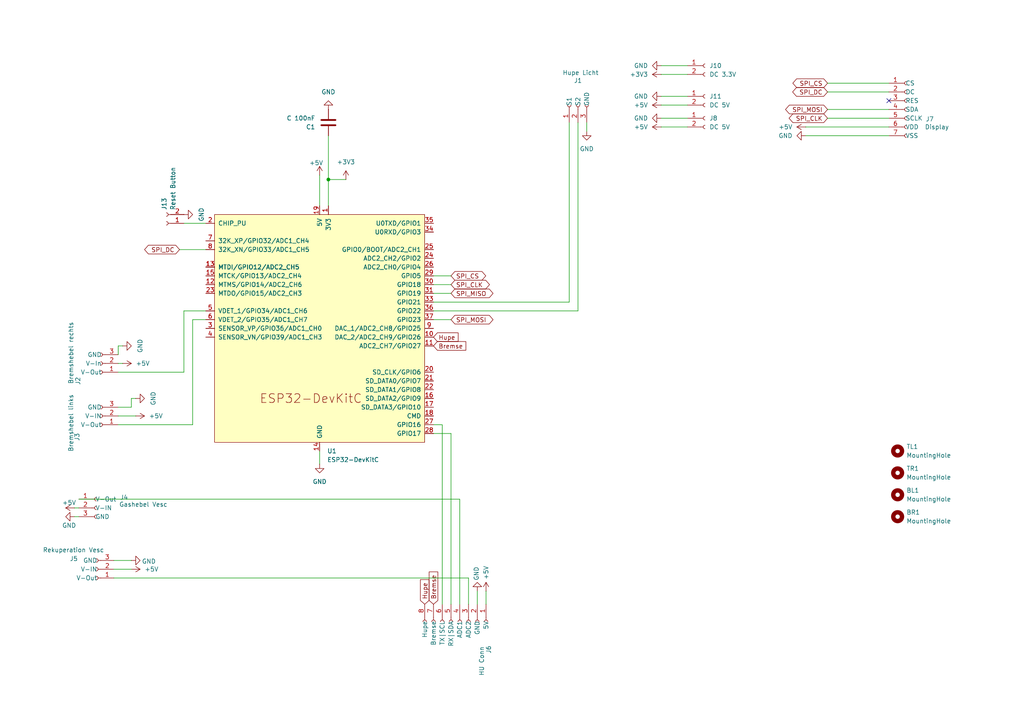
<source format=kicad_sch>
(kicad_sch (version 20231120) (generator "eeschema") (generator_version "8.0")
  (paper "A4")
  (lib_symbols
    (symbol "Conn_01x03_Socket_1" (pin_names (offset 1.016))
      (property "Reference" "J4" (at 5.842 6.35 0))
      (property "Value" "Gashebel Vesc" (at 5.588 4.318 0))
      (symbol "Conn_01x03_Socket_1_1_1"
        (arc (start 0 -2.032) (mid -0.5058 -2.54) (end 0 -3.048) (stroke (width 0.1524)))
        (polyline (pts (xy -1.27 -2.54) (xy -0.508 -2.54)) (stroke (width 0.1524)))
        (polyline (pts (xy -1.27 0) (xy -0.508 0)) (stroke (width 0.1524)))
        (polyline (pts (xy -1.27 2.54) (xy -0.508 2.54)) (stroke (width 0.1524)))
        (arc (start 0 0.508) (mid -0.5058 0) (end 0 -0.508) (stroke (width 0.1524)))
        (arc (start 0 3.048) (mid -0.5058 2.54) (end 0 2.032) (stroke (width 0.1524)))
        (pin passive line (at -5.08 2.54 0) (length 3.81) (name "V-Out") (number "1"))
        (pin passive line (at -5.08 0 0) (length 3.81) (name "V-IN") (number "2"))
        (pin passive line (at -5.08 -2.54 0) (length 3.81) (name "GND") (number "3"))
      )
    )
    (symbol "Conn_01x03_Socket_2" (pin_names (offset 1.016))
      (property "Reference" "J5" (at 1.016 7.366 0))
      (property "Value" "Rekuperation Vesc" (at 4.572 7.112 0))
      (symbol "Conn_01x03_Socket_2_1_1"
        (arc (start 0 -2.032) (mid -0.5058 -2.54) (end 0 -3.048) (stroke (width 0.1524)))
        (polyline (pts (xy -1.27 -2.54) (xy -0.508 -2.54)) (stroke (width 0.1524)))
        (polyline (pts (xy -1.27 0) (xy -0.508 0)) (stroke (width 0.1524)))
        (polyline (pts (xy -1.27 2.54) (xy -0.508 2.54)) (stroke (width 0.1524)))
        (arc (start 0 0.508) (mid -0.5058 0) (end 0 -0.508) (stroke (width 0.1524)))
        (arc (start 0 3.048) (mid -0.5058 2.54) (end 0 2.032) (stroke (width 0.1524)))
        (pin passive line (at -5.08 2.54 0) (length 3.81) (name "V-Out") (number "1"))
        (pin passive line (at -5.08 0 0) (length 3.81) (name "V-IN") (number "2"))
        (pin passive line (at -5.08 -2.54 0) (length 3.81) (name "GND") (number "3"))
      )
    )
    (symbol "Conn_01x03_Socket_3" (pin_names (offset 1.016))
      (property "Reference" "J1" (at 7.112 0 90))
      (property "Value" "Hupe Licht" (at 9.398 -0.762 90))
      (symbol "Conn_01x03_Socket_3_1_1"
        (arc (start 0 -2.032) (mid -0.5058 -2.54) (end 0 -3.048) (stroke (width 0.1524)))
        (polyline (pts (xy -1.27 -2.54) (xy -0.508 -2.54)) (stroke (width 0.1524)))
        (polyline (pts (xy -1.27 0) (xy -0.508 0)) (stroke (width 0.1524)))
        (polyline (pts (xy -1.27 2.54) (xy -0.508 2.54)) (stroke (width 0.1524)))
        (arc (start 0 0.508) (mid -0.5058 0) (end 0 -0.508) (stroke (width 0.1524)))
        (arc (start 0 3.048) (mid -0.5058 2.54) (end 0 2.032) (stroke (width 0.1524)))
        (pin passive line (at -5.08 2.54 0) (length 3.81) (name "S1") (number "1"))
        (pin passive line (at -5.08 0 0) (length 3.81) (name "S2") (number "2"))
        (pin passive line (at -5.08 -2.54 0) (length 3.81) (name "GND") (number "3"))
      )
    )
    (symbol "Conn_01x03_Socket_4" (pin_names (offset 1.016))
      (property "Reference" "J3" (at 11.176 4.064 90))
      (property "Value" "Bremshebel links" (at 12.954 0 90))
      (symbol "Conn_01x03_Socket_4_1_1"
        (arc (start 0 -2.032) (mid -0.5058 -2.54) (end 0 -3.048) (stroke (width 0.1524)))
        (polyline (pts (xy -1.27 -2.54) (xy -0.508 -2.54)) (stroke (width 0.1524)))
        (polyline (pts (xy -1.27 0) (xy -0.508 0)) (stroke (width 0.1524)))
        (polyline (pts (xy -1.27 2.54) (xy -0.508 2.54)) (stroke (width 0.1524)))
        (arc (start 0 0.508) (mid -0.5058 0) (end 0 -0.508) (stroke (width 0.1524)))
        (arc (start 0 3.048) (mid -0.5058 2.54) (end 0 2.032) (stroke (width 0.1524)))
        (pin passive line (at -5.08 2.54 0) (length 3.81) (name "V-Out") (number "1"))
        (pin passive line (at -5.08 0 0) (length 3.81) (name "V-IN") (number "2"))
        (pin passive line (at -5.08 -2.54 0) (length 3.81) (name "GND") (number "3"))
      )
    )
    (symbol "Conn_01x07_Socket_1" (pin_names (offset 1.016))
      (property "Reference" "J7" (at 13.462 -3.048 0))
      (property "Value" "Display" (at 7.62 -4.826 0))
      (symbol "Conn_01x07_Socket_1_1_1"
        (arc (start 0 -7.112) (mid -0.5058 -7.62) (end 0 -8.128) (stroke (width 0.1524)))
        (arc (start 0 -4.572) (mid -0.5058 -5.08) (end 0 -5.588) (stroke (width 0.1524)))
        (arc (start 0 -2.032) (mid -0.5058 -2.54) (end 0 -3.048) (stroke (width 0.1524)))
        (polyline (pts (xy -1.27 -7.62) (xy -0.508 -7.62)) (stroke (width 0.1524)))
        (polyline (pts (xy -1.27 -5.08) (xy -0.508 -5.08)) (stroke (width 0.1524)))
        (polyline (pts (xy -1.27 -2.54) (xy -0.508 -2.54)) (stroke (width 0.1524)))
        (polyline (pts (xy -1.27 0) (xy -0.508 0)) (stroke (width 0.1524)))
        (polyline (pts (xy -1.27 2.54) (xy -0.508 2.54)) (stroke (width 0.1524)))
        (polyline (pts (xy -1.27 5.08) (xy -0.508 5.08)) (stroke (width 0.1524)))
        (polyline (pts (xy -1.27 7.62) (xy -0.508 7.62)) (stroke (width 0.1524)))
        (arc (start 0 0.508) (mid -0.5058 0) (end 0 -0.508) (stroke (width 0.1524)))
        (arc (start 0 3.048) (mid -0.5058 2.54) (end 0 2.032) (stroke (width 0.1524)))
        (arc (start 0 5.588) (mid -0.5058 5.08) (end 0 4.572) (stroke (width 0.1524)))
        (arc (start 0 8.128) (mid -0.5058 7.62) (end 0 7.112) (stroke (width 0.1524)))
        (pin passive line (at -5.08 7.62 0) (length 3.81) (name "CS") (number "1"))
        (pin passive line (at -5.08 5.08 0) (length 3.81) (name "DC") (number "2"))
        (pin passive line (at -5.08 2.54 0) (length 3.81) (name "RES") (number "3"))
        (pin passive line (at -5.08 0 0) (length 3.81) (name "SDA") (number "4"))
        (pin passive line (at -5.08 -2.54 0) (length 3.81) (name "SCLK") (number "5"))
        (pin passive line (at -5.08 -5.08 0) (length 3.81) (name "VDD") (number "6"))
        (pin passive line (at -5.08 -7.62 0) (length 3.81) (name "VSS") (number "7"))
      )
    )
    (symbol "Connector:Conn_01x02_Socket" (pin_names (offset 1.016) hide)
      (property "Reference" "J" (at 0 2.54 0))
      (property "Value" "Conn_01x02_Socket" (at 0 -5.08 0))
      (symbol "Conn_01x02_Socket_1_1"
        (arc (start 0 -2.032) (mid -0.5058 -2.54) (end 0 -3.048) (stroke (width 0.1524)))
        (polyline (pts (xy -1.27 -2.54) (xy -0.508 -2.54)) (stroke (width 0.1524)))
        (polyline (pts (xy -1.27 0) (xy -0.508 0)) (stroke (width 0.1524)))
        (arc (start 0 0.508) (mid -0.5058 0) (end 0 -0.508) (stroke (width 0.1524)))
        (pin passive line (at -5.08 0 0) (length 3.81) (name "Pin_1") (number "1"))
        (pin passive line (at -5.08 -2.54 0) (length 3.81) (name "Pin_2") (number "2"))
      )
    )
    (symbol "Connector:Conn_01x03_Socket" (pin_names (offset 1.016))
      (property "Reference" "J2" (at 12.192 2.54 90))
      (property "Value" "Bremshebel rechts" (at 14.732 0.254 90))
      (symbol "Conn_01x03_Socket_1_1"
        (arc (start 0 -2.032) (mid -0.5058 -2.54) (end 0 -3.048) (stroke (width 0.1524)))
        (polyline (pts (xy -1.27 -2.54) (xy -0.508 -2.54)) (stroke (width 0.1524)))
        (polyline (pts (xy -1.27 0) (xy -0.508 0)) (stroke (width 0.1524)))
        (polyline (pts (xy -1.27 2.54) (xy -0.508 2.54)) (stroke (width 0.1524)))
        (arc (start 0 0.508) (mid -0.5058 0) (end 0 -0.508) (stroke (width 0.1524)))
        (arc (start 0 3.048) (mid -0.5058 2.54) (end 0 2.032) (stroke (width 0.1524)))
        (pin passive line (at -5.08 2.54 0) (length 3.81) (name "V-Out") (number "1"))
        (pin passive line (at -5.08 0 0) (length 3.81) (name "V-In") (number "2"))
        (pin passive line (at -5.08 -2.54 0) (length 3.81) (name "GND") (number "3"))
      )
    )
    (symbol "Connector:Conn_01x08_Socket" (pin_names (offset 1.016))
      (property "Reference" "J6" (at 6.858 8.382 0))
      (property "Value" "HU Conn" (at 7.112 6.35 0))
      (symbol "Conn_01x08_Socket_1_1"
        (arc (start 0 -9.652) (mid -0.5058 -10.16) (end 0 -10.668) (stroke (width 0.1524)))
        (arc (start 0 -7.112) (mid -0.5058 -7.62) (end 0 -8.128) (stroke (width 0.1524)))
        (arc (start 0 -4.572) (mid -0.5058 -5.08) (end 0 -5.588) (stroke (width 0.1524)))
        (arc (start 0 -2.032) (mid -0.5058 -2.54) (end 0 -3.048) (stroke (width 0.1524)))
        (polyline (pts (xy -1.27 -10.16) (xy -0.508 -10.16)) (stroke (width 0.1524)))
        (polyline (pts (xy -1.27 -7.62) (xy -0.508 -7.62)) (stroke (width 0.1524)))
        (polyline (pts (xy -1.27 -5.08) (xy -0.508 -5.08)) (stroke (width 0.1524)))
        (polyline (pts (xy -1.27 -2.54) (xy -0.508 -2.54)) (stroke (width 0.1524)))
        (polyline (pts (xy -1.27 0) (xy -0.508 0)) (stroke (width 0.1524)))
        (polyline (pts (xy -1.27 2.54) (xy -0.508 2.54)) (stroke (width 0.1524)))
        (polyline (pts (xy -1.27 5.08) (xy -0.508 5.08)) (stroke (width 0.1524)))
        (polyline (pts (xy -1.27 7.62) (xy -0.508 7.62)) (stroke (width 0.1524)))
        (arc (start 0 0.508) (mid -0.5058 0) (end 0 -0.508) (stroke (width 0.1524)))
        (arc (start 0 3.048) (mid -0.5058 2.54) (end 0 2.032) (stroke (width 0.1524)))
        (arc (start 0 5.588) (mid -0.5058 5.08) (end 0 4.572) (stroke (width 0.1524)))
        (arc (start 0 8.128) (mid -0.5058 7.62) (end 0 7.112) (stroke (width 0.1524)))
        (pin passive line (at -5.08 7.62 0) (length 3.81) (name "5V") (number "1"))
        (pin passive line (at -5.08 5.08 0) (length 3.81) (name "GND") (number "2"))
        (pin passive line (at -5.08 2.54 0) (length 3.81) (name "ADC2") (number "3"))
        (pin passive line (at -5.08 0 0) (length 3.81) (name "ADC1") (number "4"))
        (pin passive line (at -5.08 -2.54 0) (length 3.81) (name "RX|SDA") (number "5"))
        (pin passive line (at -5.08 -5.08 0) (length 3.81) (name "TX|SCL") (number "6"))
        (pin passive line (at -5.08 -7.62 0) (length 3.81) (name "Bremse") (number "7"))
        (pin passive line (at -5.08 -10.16 0) (length 3.81) (name "Hupe") (number "8"))
      )
    )
    (symbol "Device:C" (pin_numbers hide) (pin_names (offset 0.254))
      (property "Reference" "C" (at 0.635 2.54 0))
      (property "Value" "C" (at 0.635 -2.54 0))
      (symbol "C_0_1"
        (polyline (pts (xy -2.032 -0.762) (xy 2.032 -0.762)) (stroke (width 0.508)))
        (polyline (pts (xy -2.032 0.762) (xy 2.032 0.762)) (stroke (width 0.508)))
      )
      (symbol "C_1_1"
        (pin passive line (at 0 3.81 270) (length 2.794) (name "~") (number "1"))
        (pin passive line (at 0 -3.81 90) (length 2.794) (name "~") (number "2"))
      )
    )
    (symbol "Mechanical:MountingHole" (pin_names (offset 1.016)) (exclude_from_sim yes) (in_bom no)
      (property "Reference" "H" (at 0 5.08 0))
      (property "Value" "MountingHole" (at 0 3.175 0))
      (symbol "MountingHole_0_1"
        (circle (center 0 0) (radius 1.27) (stroke (width 1.27)))
      )
    )
    (symbol "PCM_Espressif:ESP32-DevKitC" (pin_names (offset 1.016))
      (property "Reference" "U1" (at 2.1941 -35.56 0))
      (property "Value" "ESP32-DevKitC" (at 2.1941 -38.1 0))
      (symbol "ESP32-DevKitC_0_0"
        (text "ESP32-DevKitC" (at -2.54 -20.32 0) (effects (font (size 2.54 2.54))))
        (pin power_in line (at 0 -35.56 90) (length 2.54) (name "GND") (number "14"))
        (pin power_in line (at 0 35.56 270) (length 2.54) (name "5V") (number "19"))
      )
      (symbol "ESP32-DevKitC_0_1"
        (rectangle (start -30.48 33.02) (end 30.48 -33.02) (fill (type background)))
      )
      (symbol "ESP32-DevKitC_1_1"
        (pin power_in line (at 2.54 35.56 270) (length 2.54) (name "3V3") (number "1"))
        (pin bidirectional line (at 33.02 -2.54 180) (length 2.54) (name "DAC_2/ADC2_CH9/GPIO26") (number "10"))
        (pin bidirectional line (at 33.02 -5.08 180) (length 2.54) (name "ADC2_CH7/GPIO27") (number "11"))
        (pin bidirectional line (at -33.02 12.7 0) (length 2.54) (name "MTMS/GPIO14/ADC2_CH6") (number "12"))
        (pin bidirectional line (at -33.02 17.78 0) (length 2.54) (name "MTDI/GPIO12/ADC2_CH5") (number "13"))
        (pin bidirectional line (at -33.02 17.78 0) (length 2.54) (name "MTDI/GPIO12/ADC2_CH5") (number "13"))
        (pin bidirectional line (at -33.02 15.24 0) (length 2.54) (name "MTCK/GPIO13/ADC2_CH4") (number "15"))
        (pin bidirectional line (at 33.02 -20.32 180) (length 2.54) (name "SD_DATA2/GPIO9") (number "16"))
        (pin bidirectional line (at 33.02 -22.86 180) (length 2.54) (name "SD_DATA3/GPIO10") (number "17"))
        (pin bidirectional line (at 33.02 -25.4 180) (length 2.54) (name "CMD") (number "18"))
        (pin input line (at -33.02 30.48 0) (length 2.54) (name "CHIP_PU") (number "2"))
        (pin bidirectional line (at 33.02 -12.7 180) (length 2.54) (name "SD_CLK/GPIO6") (number "20"))
        (pin bidirectional line (at 33.02 -15.24 180) (length 2.54) (name "SD_DATA0/GPIO7") (number "21"))
        (pin bidirectional line (at 33.02 -17.78 180) (length 2.54) (name "SD_DATA1/GPIO8") (number "22"))
        (pin bidirectional line (at -33.02 10.16 0) (length 2.54) (name "MTDO/GPIO15/ADC2_CH3") (number "23"))
        (pin bidirectional line (at 33.02 20.32 180) (length 2.54) (name "ADC2_CH2/GPIO2") (number "24"))
        (pin bidirectional line (at 33.02 22.86 180) (length 2.54) (name "GPIO0/BOOT/ADC2_CH1") (number "25"))
        (pin bidirectional line (at 33.02 17.78 180) (length 2.54) (name "ADC2_CH0/GPIO4") (number "26"))
        (pin bidirectional line (at 33.02 -27.94 180) (length 2.54) (name "GPIO16") (number "27"))
        (pin bidirectional line (at 33.02 -30.48 180) (length 2.54) (name "GPIO17") (number "28"))
        (pin bidirectional line (at 33.02 15.24 180) (length 2.54) (name "GPIO5") (number "29"))
        (pin input line (at -33.02 0 0) (length 2.54) (name "SENSOR_VP/GPIO36/ADC1_CH0") (number "3"))
        (pin bidirectional line (at 33.02 12.7 180) (length 2.54) (name "GPIO18") (number "30"))
        (pin bidirectional line (at 33.02 10.16 180) (length 2.54) (name "GPIO19") (number "31"))
        (pin passive line (at 0 -35.56 90) (length 2.54) hide (name "GND") (number "32"))
        (pin bidirectional line (at 33.02 7.62 180) (length 2.54) (name "GPIO21") (number "33"))
        (pin bidirectional line (at 33.02 27.94 180) (length 2.54) (name "U0RXD/GPIO3") (number "34"))
        (pin bidirectional line (at 33.02 30.48 180) (length 2.54) (name "U0TXD/GPIO1") (number "35"))
        (pin bidirectional line (at 33.02 5.08 180) (length 2.54) (name "GPIO22") (number "36"))
        (pin bidirectional line (at 33.02 2.54 180) (length 2.54) (name "GPIO23") (number "37"))
        (pin passive line (at 0 -35.56 90) (length 2.54) hide (name "GND") (number "38"))
        (pin input line (at -33.02 -2.54 0) (length 2.54) (name "SENSOR_VN/GPIO39/ADC1_CH3") (number "4"))
        (pin input line (at -33.02 5.08 0) (length 2.54) (name "VDET_1/GPIO34/ADC1_CH6") (number "5"))
        (pin input line (at -33.02 2.54 0) (length 2.54) (name "VDET_2/GPIO35/ADC1_CH7") (number "6"))
        (pin bidirectional line (at -33.02 25.4 0) (length 2.54) (name "32K_XP/GPIO32/ADC1_CH4") (number "7"))
        (pin bidirectional line (at -33.02 22.86 0) (length 2.54) (name "32K_XN/GPIO33/ADC1_CH5") (number "8"))
        (pin bidirectional line (at 33.02 0 180) (length 2.54) (name "DAC_1/ADC2_CH8/GPIO25") (number "9"))
      )
    )
    (symbol "power:+3V3" (power) (pin_numbers hide) (pin_names (offset 0) hide)
      (property "Value" "+3V3" (at 0 3.556 0))
      (symbol "+3V3_0_1"
        (polyline (pts (xy -0.762 1.27) (xy 0 2.54)))
        (polyline (pts (xy 0 0) (xy 0 2.54)))
        (polyline (pts (xy 0 2.54) (xy 0.762 1.27)))
      )
      (symbol "+3V3_1_1"
        (pin power_in line (at 0 0 90) (length 0) (name "~") (number "1"))
      )
    )
    (symbol "power:+5V" (power) (pin_numbers hide) (pin_names (offset 0) hide)
      (property "Value" "+5V" (at 0 3.556 0))
      (symbol "+5V_0_1"
        (polyline (pts (xy -0.762 1.27) (xy 0 2.54)))
        (polyline (pts (xy 0 0) (xy 0 2.54)))
        (polyline (pts (xy 0 2.54) (xy 0.762 1.27)))
      )
      (symbol "+5V_1_1"
        (pin power_in line (at 0 0 90) (length 0) (name "~") (number "1"))
      )
    )
    (symbol "power:GND" (power) (pin_numbers hide) (pin_names (offset 0) hide)
      (property "Value" "GND" (at 0 -3.81 0))
      (symbol "GND_0_1"
        (polyline (pts (xy 0 0) (xy 0 -1.27) (xy 1.27 -1.27) (xy 0 -2.54) (xy -1.27 -1.27) (xy 0 -1.27)))
      )
      (symbol "GND_1_1"
        (pin power_in line (at 0 0 270) (length 0) (name "~") (number "1"))
      )
    )
  )
  (junction (at 95.25 52.07))
  (no_connect (at 257.81 29.21))
  (wire (pts (xy 53.34 90.17) (xy 59.69 90.17)))
  (wire (pts (xy 21.59 149.86) (xy 22.86 149.86)))
  (wire (pts (xy 165.1 35.56) (xy 165.1 87.63)))
  (wire (pts (xy 191.77 21.59) (xy 199.39 21.59)))
  (wire (pts (xy 125.73 87.63) (xy 165.1 87.63)))
  (wire (pts (xy 125.73 92.71) (xy 130.81 92.71)))
  (wire (pts (xy 34.29 105.41) (xy 35.56 105.41)))
  (wire (pts (xy 34.29 107.95) (xy 53.34 107.95)))
  (wire (pts (xy 125.73 82.55) (xy 130.81 82.55)))
  (wire (pts (xy 170.18 35.56) (xy 170.18 38.1)))
  (wire (pts (xy 92.71 130.81) (xy 92.71 134.62)))
  (wire (pts (xy 21.59 147.32) (xy 22.86 147.32)))
  (wire (pts (xy 167.64 35.56) (xy 167.64 90.17)))
  (wire (pts (xy 135.89 167.64) (xy 135.89 175.26)))
  (wire (pts (xy 38.1 115.57) (xy 38.1 118.11)))
  (wire (pts (xy 191.77 34.29) (xy 199.39 34.29)))
  (wire (pts (xy 191.77 19.05) (xy 199.39 19.05)))
  (wire (pts (xy 33.02 167.64) (xy 135.89 167.64)))
  (wire (pts (xy 34.29 123.19) (xy 55.88 123.19)))
  (wire (pts (xy 140.97 171.45) (xy 140.97 175.26)))
  (wire (pts (xy 95.25 52.07) (xy 100.33 52.07)))
  (wire (pts (xy 191.77 27.94) (xy 199.39 27.94)))
  (wire (pts (xy 95.25 52.07) (xy 95.25 39.37)))
  (wire (pts (xy 22.86 144.78) (xy 133.35 144.78)))
  (wire (pts (xy 52.07 72.39) (xy 59.69 72.39)))
  (wire (pts (xy 39.37 115.57) (xy 38.1 115.57)))
  (wire (pts (xy 133.35 144.78) (xy 133.35 175.26)))
  (wire (pts (xy 55.88 123.19) (xy 55.88 92.71)))
  (wire (pts (xy 38.1 165.1) (xy 33.02 165.1)))
  (wire (pts (xy 233.68 39.37) (xy 257.81 39.37)))
  (wire (pts (xy 233.68 36.83) (xy 257.81 36.83)))
  (wire (pts (xy 191.77 30.48) (xy 199.39 30.48)))
  (wire (pts (xy 38.1 118.11) (xy 34.29 118.11)))
  (wire (pts (xy 55.88 92.71) (xy 59.69 92.71)))
  (wire (pts (xy 130.81 125.73) (xy 125.73 125.73)))
  (wire (pts (xy 125.73 85.09) (xy 130.81 85.09)))
  (wire (pts (xy 125.73 90.17) (xy 167.64 90.17)))
  (wire (pts (xy 240.03 26.67) (xy 257.81 26.67)))
  (wire (pts (xy 128.27 123.19) (xy 125.73 123.19)))
  (wire (pts (xy 240.03 34.29) (xy 257.81 34.29)))
  (wire (pts (xy 191.77 36.83) (xy 199.39 36.83)))
  (wire (pts (xy 95.25 59.69) (xy 95.25 52.07)))
  (wire (pts (xy 257.81 24.13) (xy 240.03 24.13)))
  (wire (pts (xy 38.1 162.56) (xy 33.02 162.56)))
  (wire (pts (xy 125.73 80.01) (xy 130.81 80.01)))
  (wire (pts (xy 34.29 120.65) (xy 39.37 120.65)))
  (wire (pts (xy 92.71 50.8) (xy 92.71 59.69)))
  (wire (pts (xy 53.34 107.95) (xy 53.34 90.17)))
  (wire (pts (xy 138.43 171.45) (xy 138.43 175.26)))
  (wire (pts (xy 128.27 123.19) (xy 128.27 175.26)))
  (wire (pts (xy 130.81 125.73) (xy 130.81 175.26)))
  (wire (pts (xy 53.34 64.77) (xy 59.69 64.77)))
  (wire (pts (xy 34.29 100.33) (xy 35.56 100.33)))
  (wire (pts (xy 240.03 31.75) (xy 257.81 31.75)))
  (wire (pts (xy 34.29 100.33) (xy 34.29 102.87)))
  (global_label "SPI_CLK" (shape bidirectional) (at 240.03 34.29 180) (property "Intersheetrefs" "${INTERSHEET_REFS}" (effects (hide yes))))
  (global_label "SPI_MOSI" (shape bidirectional) (at 130.81 92.71 0) (property "Intersheetrefs" "${INTERSHEET_REFS}" (effects (hide yes))) (property "Description" "SPI, Master Out Slave In, SDA, Data" (effects (hide yes))))
  (global_label "SPI_MOSI" (shape bidirectional) (at 240.03 31.75 180) (property "Intersheetrefs" "${INTERSHEET_REFS}" (effects (hide yes))) (property "Description" "SPI, Master Out Slave In, SDA, Data" (effects (hide yes))))
  (global_label "Bremse" (shape input) (at 125.73 100.33 0) (property "Intersheetrefs" "${INTERSHEET_REFS}" (effects (hide yes))))
  (global_label "Hupe" (shape input) (at 123.19 175.26 90) (property "Intersheetrefs" "${INTERSHEET_REFS}" (effects (hide yes))))
  (global_label "SPI_CS" (shape bidirectional) (at 240.03 24.13 180) (property "Intersheetrefs" "${INTERSHEET_REFS}" (effects (hide yes))) (property "Description" "Command select, Slave Select" (effects (hide yes))))
  (global_label "SPI_MISO" (shape bidirectional) (at 130.81 85.09 0) (property "Intersheetrefs" "${INTERSHEET_REFS}" (effects (hide yes))))
  (global_label "SPI_DC" (shape bidirectional) (at 240.03 26.67 180) (property "Intersheetrefs" "${INTERSHEET_REFS}" (effects (hide yes))) (property "Descprition" "SPI Dat/command selection line (register select)" (effects (hide yes))))
  (global_label "Hupe" (shape input) (at 125.73 97.79 0) (property "Intersheetrefs" "${INTERSHEET_REFS}" (effects (hide yes))))
  (global_label "Bremse" (shape input) (at 125.73 175.26 90) (property "Intersheetrefs" "${INTERSHEET_REFS}" (effects (hide yes))))
  (global_label "SPI_CS" (shape bidirectional) (at 130.81 80.01 0) (property "Intersheetrefs" "${INTERSHEET_REFS}" (effects (hide yes))) (property "Description" "Command select, Slave Select" (effects (hide yes))))
  (global_label "SPI_CLK" (shape bidirectional) (at 130.81 82.55 0) (property "Intersheetrefs" "${INTERSHEET_REFS}" (effects (hide yes))))
  (global_label "SPI_DC" (shape bidirectional) (at 52.07 72.39 180) (property "Intersheetrefs" "${INTERSHEET_REFS}" (effects (hide yes))) (property "Descprition" "SPI Dat/command selection line (register select)" (effects (hide yes))))
  (symbol (lib_id "power:+5V") (at 92.71 50.8 0) (unit 1)
    (property "Reference" "#PWR022" (effects (hide yes)))
    (property "Value" "+5V" (at 89.662 47.244 0) (effects (justify left)))
    (property "Description" "Power symbol creates a global label with name \"+5V\"" (effects (hide yes)))
  )
  (symbol (lib_id "Connector:Conn_01x02_Socket") (at 204.47 27.94 0) (unit 1)
    (property "Reference" "J11" (at 205.74 27.9399 0) (effects (justify left)))
    (property "Value" "DC 5V" (at 205.74 30.4799 0) (effects (justify left)))
    (property "Footprint" "Connector_PinHeader_2.54mm:PinHeader_1x02_P2.54mm_Vertical" (effects (hide yes)))
    (property "Description" "Generic connector, single row, 01x02, script generated" (effects (hide yes)))
  )
  (symbol (lib_id "power:GND") (at 38.1 162.56 90) (unit 1)
    (property "Reference" "#PWR04" (effects (hide yes)))
    (property "Value" "GND" (at 43.18 162.814 90))
    (property "Description" "Power symbol creates a global label with name \"GND\" , ground" (effects (hide yes)))
  )
  (symbol (lib_id "power:GND") (at 92.71 134.62 0) (unit 1)
    (property "Reference" "#PWR01" (effects (hide yes)))
    (property "Value" "GND" (at 92.71 139.7 0))
    (property "Description" "Power symbol creates a global label with name \"GND\" , ground" (effects (hide yes)))
  )
  (symbol (lib_id "power:+3V3") (at 233.68 36.83 90) (unit 1)
    (property "Reference" "#PWR021" (effects (hide yes)))
    (property "Value" "+5V" (at 229.87 36.8299 90) (effects (justify left)))
    (property "Description" "Power symbol creates a global label with name \"+3V3\"" (effects (hide yes)))
  )
  (symbol (lib_id "Connector:Conn_01x02_Socket") (at 204.47 19.05 0) (unit 1)
    (property "Reference" "J10" (at 205.74 19.0499 0) (effects (justify left)))
    (property "Value" "DC 3.3V" (at 205.74 21.5899 0) (effects (justify left)))
    (property "Footprint" "Connector_PinHeader_2.54mm:PinHeader_1x02_P2.54mm_Vertical" (effects (hide yes)))
    (property "Description" "Generic connector, single row, 01x02, script generated" (effects (hide yes)))
  )
  (symbol (lib_id "power:+3V3") (at 100.33 52.07 0) (unit 1)
    (property "Reference" "#PWR032" (effects (hide yes)))
    (property "Value" "+3V3" (at 100.33 46.99 0))
    (property "Description" "Power symbol creates a global label with name \"+3V3\"" (effects (hide yes)))
  )
  (symbol (lib_id "power:GND") (at 191.77 34.29 270) (unit 1)
    (property "Reference" "#PWR025" (effects (hide yes)))
    (property "Value" "GND" (at 187.96 34.2899 90) (effects (justify right)))
    (property "Description" "Power symbol creates a global label with name \"GND\" , ground" (effects (hide yes)))
  )
  (symbol (lib_id "Connector:Conn_01x02_Socket") (at 204.47 34.29 0) (unit 1)
    (property "Reference" "J8" (at 205.74 34.2899 0) (effects (justify left)))
    (property "Value" "DC 5V" (at 205.74 36.8299 0) (effects (justify left)))
    (property "Footprint" "Connector_PinHeader_2.54mm:PinHeader_1x02_P2.54mm_Vertical" (effects (hide yes)))
    (property "Description" "Generic connector, single row, 01x02, script generated" (effects (hide yes)))
  )
  (symbol (lib_id "Mechanical:MountingHole") (at 260.35 149.86 0) (unit 1) (exclude_from_sim yes) (in_bom no)
    (property "Reference" "BR1" (at 262.89 148.5899 0) (effects (justify left)))
    (property "Value" "MountingHole" (at 262.89 151.1299 0) (effects (justify left)))
    (property "Footprint" "MountingHole:MountingHole_3.2mm_M3" (effects (hide yes)))
    (property "Description" "Mounting Hole without connection" (effects (hide yes)))
  )
  (symbol (lib_id "power:+5V") (at 140.97 171.45 0) (unit 1)
    (property "Reference" "#PWR018" (effects (hide yes)))
    (property "Value" "+5V" (at 140.97 166.116 90))
    (property "Description" "Power symbol creates a global label with name \"+5V\"" (effects (hide yes)))
  )
  (symbol (lib_name "Conn_01x03_Socket_2") (lib_id "Connector:Conn_01x03_Socket") (at 27.94 165.1 180) (unit 1)
    (property "Reference" "J5" (at 22.606 162.052 0) (effects (justify left)))
    (property "Value" "Rekuperation Vesc" (at 30.226 159.512 0) (effects (justify left)))
    (property "Footprint" "Connector_PinHeader_2.54mm:PinHeader_1x03_P2.54mm_Vertical" (effects (hide yes)))
    (property "Description" "Generic connector, single row, 01x03, script generated" (effects (hide yes)))
  )
  (symbol (lib_id "power:GND") (at 95.25 31.75 180) (unit 1)
    (property "Reference" "#PWR07" (effects (hide yes)))
    (property "Value" "GND" (at 95.25 26.67 0))
    (property "Description" "Power symbol creates a global label with name \"GND\" , ground" (effects (hide yes)))
  )
  (symbol (lib_id "power:GND") (at 233.68 39.37 270) (unit 1)
    (property "Reference" "#PWR02" (effects (hide yes)))
    (property "Value" "GND" (at 229.87 39.3699 90) (effects (justify right)))
    (property "Description" "Power symbol creates a global label with name \"GND\" , ground" (effects (hide yes)))
  )
  (symbol (lib_id "Mechanical:MountingHole") (at 260.35 137.16 0) (unit 1) (exclude_from_sim yes) (in_bom no)
    (property "Reference" "TR1" (at 262.89 135.8899 0) (effects (justify left)))
    (property "Value" "MountingHole" (at 262.89 138.4299 0) (effects (justify left)))
    (property "Footprint" "MountingHole:MountingHole_3.2mm_M3" (effects (hide yes)))
    (property "Description" "Mounting Hole without connection" (effects (hide yes)))
  )
  (symbol (lib_id "power:GND") (at 138.43 171.45 180) (unit 1)
    (property "Reference" "#PWR017" (effects (hide yes)))
    (property "Value" "GND" (at 138.176 168.402 90) (effects (justify right)))
    (property "Description" "Power symbol creates a global label with name \"GND\" , ground" (effects (hide yes)))
  )
  (symbol (lib_id "power:+3V3") (at 191.77 21.59 90) (unit 1)
    (property "Reference" "#PWR028" (effects (hide yes)))
    (property "Value" "+3V3" (at 187.96 21.5899 90) (effects (justify left)))
    (property "Description" "Power symbol creates a global label with name \"+3V3\"" (effects (hide yes)))
  )
  (symbol (lib_id "power:GND") (at 35.56 100.33 90) (unit 1)
    (property "Reference" "#PWR020" (effects (hide yes)))
    (property "Value" "GND" (at 40.64 100.33 0))
    (property "Description" "Power symbol creates a global label with name \"GND\" , ground" (effects (hide yes)))
  )
  (symbol (lib_id "Device:C") (at 95.25 35.56 180) (unit 1)
    (property "Reference" "C1" (at 91.44 36.8301 0) (effects (justify left)))
    (property "Value" "C 100nF" (at 91.44 34.2901 0) (effects (justify left)))
    (property "Footprint" "Capacitor_THT:C_Radial_D5.0mm_H5.0mm_P2.00mm" (effects (hide yes)))
    (property "Description" "Unpolarized capacitor" (effects (hide yes)))
  )
  (symbol (lib_id "Mechanical:MountingHole") (at 260.35 130.81 0) (unit 1) (exclude_from_sim yes) (in_bom no)
    (property "Reference" "TL1" (at 262.89 129.5399 0) (effects (justify left)))
    (property "Value" "MountingHole" (at 262.89 132.0799 0) (effects (justify left)))
    (property "Footprint" "MountingHole:MountingHole_3.2mm_M3" (effects (hide yes)))
    (property "Description" "Mounting Hole without connection" (effects (hide yes)))
  )
  (symbol (lib_id "PCM_Espressif:ESP32-DevKitC") (at 92.71 95.25 0) (unit 1)
    (property "Reference" "U1" (at 94.9041 130.81 0) (effects (justify left)))
    (property "Value" "ESP32-DevKitC" (at 94.9041 133.35 0) (effects (justify left)))
    (property "Footprint" "esp32:ESP32-DevKitC" (effects (hide yes)))
    (property "Datasheet" "https://docs.espressif.com/projects/esp-idf/zh_CN/latest/esp32/hw-reference/esp32/get-started-devkitc.html" (effects (hide yes)))
    (property "Description" "Development Kit" (effects (hide yes)))
  )
  (symbol (lib_name "Conn_01x03_Socket_4") (lib_id "Connector:Conn_01x03_Socket") (at 29.21 120.65 180) (unit 1)
    (property "Reference" "J3" (at 22.352 126.746 90))
    (property "Value" "Bremshebel links" (at 20.574 122.682 90))
    (property "Footprint" "Connector_PinHeader_2.54mm:PinHeader_1x03_P2.54mm_Vertical" (effects (hide yes)))
    (property "Description" "Generic connector, single row, 01x03, script generated" (effects (hide yes)))
  )
  (symbol (lib_id "power:+5V") (at 191.77 30.48 90) (unit 1)
    (property "Reference" "#PWR027" (effects (hide yes)))
    (property "Value" "+5V" (at 187.96 30.4799 90) (effects (justify left)))
    (property "Description" "Power symbol creates a global label with name \"+5V\"" (effects (hide yes)))
  )
  (symbol (lib_id "power:GND") (at 191.77 27.94 270) (unit 1)
    (property "Reference" "#PWR024" (effects (hide yes)))
    (property "Value" "GND" (at 187.96 27.9399 90) (effects (justify right)))
    (property "Description" "Power symbol creates a global label with name \"GND\" , ground" (effects (hide yes)))
  )
  (symbol (lib_id "Connector:Conn_01x02_Socket") (at 48.26 64.77 180) (unit 1)
    (property "Reference" "J13" (at 47.6249 60.96 90) (effects (justify right)))
    (property "Value" "Reset Button" (at 50.1649 60.96 90) (effects (justify right)))
    (property "Footprint" "Connector_PinHeader_2.54mm:PinHeader_1x02_P2.54mm_Vertical" (effects (hide yes)))
    (property "Description" "Generic connector, single row, 01x02, script generated" (effects (hide yes)))
  )
  (symbol (lib_id "power:+5V") (at 39.37 120.65 270) (unit 1)
    (property "Reference" "#PWR034" (effects (hide yes)))
    (property "Value" "+5V" (at 43.18 120.6499 90) (effects (justify left)))
    (property "Description" "Power symbol creates a global label with name \"+5V\"" (effects (hide yes)))
  )
  (symbol (lib_name "Conn_01x03_Socket_3") (lib_id "Connector:Conn_01x03_Socket") (at 167.64 30.48 90) (unit 1)
    (property "Reference" "J1" (at 167.64 23.368 90))
    (property "Value" "Hupe Licht" (at 168.402 21.082 90))
    (property "Footprint" "Connector_PinHeader_2.54mm:PinHeader_1x03_P2.54mm_Vertical" (effects (hide yes)))
    (property "Description" "Generic connector, single row, 01x03, script generated" (effects (hide yes)))
  )
  (symbol (lib_id "Connector:Conn_01x08_Socket") (at 133.35 180.34 270) (unit 1)
    (property "Reference" "J6" (at 141.732 187.198 0) (effects (justify left)))
    (property "Value" "HU Conn" (at 139.7 187.452 0) (effects (justify left)))
    (property "Footprint" "Connector_RJ:RJ45_Amphenol_54602-x08_Horizontal" (effects (hide yes)))
    (property "Description" "Generic connector, single row, 01x08, script generated" (effects (hide yes)))
  )
  (symbol (lib_name "Conn_01x07_Socket_1") (lib_id "Connector:Conn_01x07_Socket") (at 262.89 31.75 0) (unit 1)
    (property "Reference" "J7" (at 268.478 34.544 0) (effects (justify left)))
    (property "Value" "Display" (at 268.224 36.83 0) (effects (justify left)))
    (property "Footprint" "display:DIYMORE.CC" (effects (hide yes)))
    (property "Description" "Generic connector, single row, 01x07, script generated" (effects (hide yes)))
  )
  (symbol (lib_id "power:GND") (at 39.37 115.57 90) (unit 1)
    (property "Reference" "#PWR019" (effects (hide yes)))
    (property "Value" "GND" (at 44.45 115.57 0))
    (property "Description" "Power symbol creates a global label with name \"GND\" , ground" (effects (hide yes)))
  )
  (symbol (lib_id "power:+5V") (at 191.77 36.83 90) (unit 1)
    (property "Reference" "#PWR026" (effects (hide yes)))
    (property "Value" "+5V" (at 187.96 36.8299 90) (effects (justify left)))
    (property "Description" "Power symbol creates a global label with name \"+5V\"" (effects (hide yes)))
  )
  (symbol (lib_name "Conn_01x03_Socket_1") (lib_id "Connector:Conn_01x03_Socket") (at 27.94 147.32 0) (unit 1)
    (property "Reference" "J4" (at 34.798 144.272 0) (effects (justify left)))
    (property "Value" "Gashebel Vesc" (at 34.544 146.304 0) (effects (justify left)))
    (property "Footprint" "Connector_PinHeader_2.54mm:PinHeader_1x03_P2.54mm_Vertical" (effects (hide yes)))
    (property "Description" "Generic connector, single row, 01x03, script generated" (effects (hide yes)))
  )
  (symbol (lib_id "power:+5V") (at 21.59 147.32 90) (unit 1)
    (property "Reference" "#PWR015" (effects (hide yes)))
    (property "Value" "+5V" (at 22.098 145.796 90) (effects (justify left)))
    (property "Description" "Power symbol creates a global label with name \"+5V\"" (effects (hide yes)))
  )
  (symbol (lib_id "power:+5V") (at 38.1 165.1 270) (unit 1)
    (property "Reference" "#PWR016" (effects (hide yes)))
    (property "Value" "+5V" (at 41.91 165.1001 90) (effects (justify left)))
    (property "Description" "Power symbol creates a global label with name \"+5V\"" (effects (hide yes)))
  )
  (symbol (lib_id "power:+5V") (at 35.56 105.41 270) (unit 1)
    (property "Reference" "#PWR035" (effects (hide yes)))
    (property "Value" "+5V" (at 39.37 105.4099 90) (effects (justify left)))
    (property "Description" "Power symbol creates a global label with name \"+5V\"" (effects (hide yes)))
  )
  (symbol (lib_id "power:GND") (at 53.34 62.23 90) (unit 1)
    (property "Reference" "#PWR036" (effects (hide yes)))
    (property "Value" "GND" (at 58.42 62.23 0))
    (property "Description" "Power symbol creates a global label with name \"GND\" , ground" (effects (hide yes)))
  )
  (symbol (lib_id "Connector:Conn_01x03_Socket") (at 29.21 105.41 180) (unit 1)
    (property "Reference" "J2" (at 22.606 110.49 90))
    (property "Value" "Bremshebel rechts" (at 20.574 102.362 90))
    (property "Footprint" "Connector_PinHeader_2.54mm:PinHeader_1x03_P2.54mm_Vertical" (effects (hide yes)))
    (property "Description" "Generic connector, single row, 01x03, script generated" (effects (hide yes)))
  )
  (symbol (lib_id "power:GND") (at 170.18 38.1 0) (unit 1)
    (property "Reference" "#PWR06" (effects (hide yes)))
    (property "Value" "GND" (at 170.18 43.18 0))
    (property "Description" "Power symbol creates a global label with name \"GND\" , ground" (effects (hide yes)))
  )
  (symbol (lib_id "Mechanical:MountingHole") (at 260.35 143.51 0) (unit 1) (exclude_from_sim yes) (in_bom no)
    (property "Reference" "BL1" (at 262.89 142.2399 0) (effects (justify left)))
    (property "Value" "MountingHole" (at 262.89 144.7799 0) (effects (justify left)))
    (property "Footprint" "MountingHole:MountingHole_3.2mm_M3" (effects (hide yes)))
    (property "Description" "Mounting Hole without connection" (effects (hide yes)))
  )
  (symbol (lib_id "power:GND") (at 191.77 19.05 270) (unit 1)
    (property "Reference" "#PWR023" (effects (hide yes)))
    (property "Value" "GND" (at 187.96 19.0499 90) (effects (justify right)))
    (property "Description" "Power symbol creates a global label with name \"GND\" , ground" (effects (hide yes)))
  )
  (symbol (lib_id "power:GND") (at 21.59 149.86 270) (unit 1)
    (property "Reference" "#PWR05" (effects (hide yes)))
    (property "Value" "GND" (at 22.098 152.4 90) (effects (justify right)))
    (property "Description" "Power symbol creates a global label with name \"GND\" , ground" (effects (hide yes)))
  )
)
</source>
